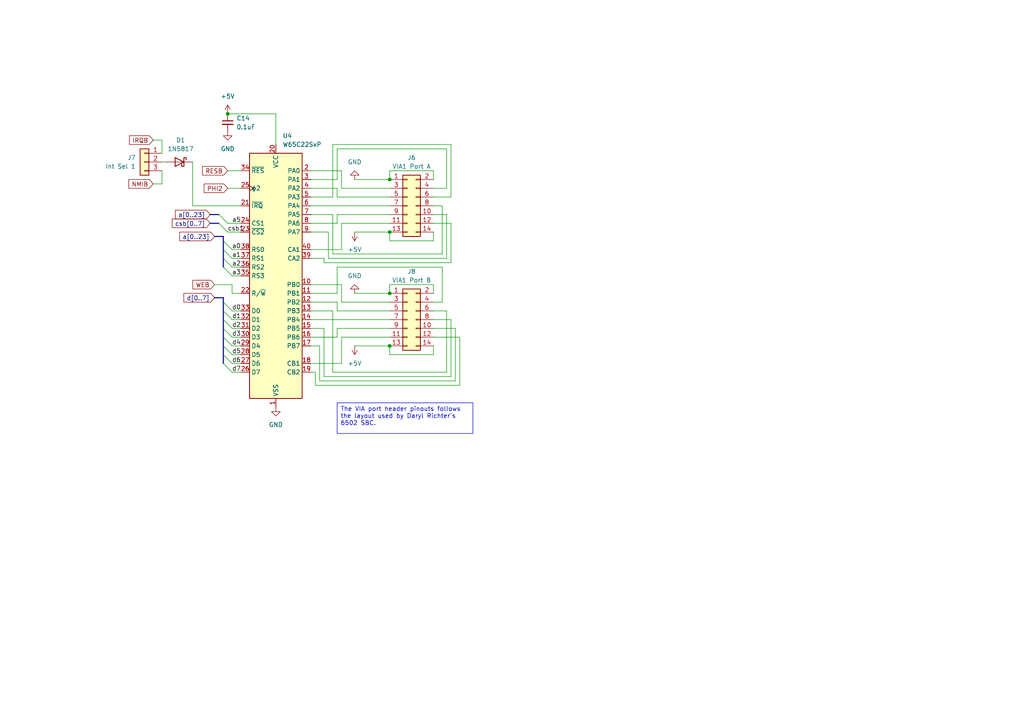
<source format=kicad_sch>
(kicad_sch (version 20250114) (generator "eeschema") (generator_version "9.0")
  (paper "A4")
  (lib_symbols
    (symbol "Connector_Generic:Conn_01x03" (pin_names (offset 1.016) (hide yes))
      (property "Reference" "J" (at 0 5.08 0))
      (property "Value" "Conn_01x03" (at 0 -5.08 0))
      (symbol "Conn_01x03_1_1"
        (rectangle (start -1.27 3.81) (end 1.27 -3.81) (stroke (width 0.254)) (fill (type background)))
        (rectangle (start -1.27 2.667) (end 0 2.413) (stroke (width 0.1524)))
        (rectangle (start -1.27 0.127) (end 0 -0.127) (stroke (width 0.1524)))
        (rectangle (start -1.27 -2.413) (end 0 -2.667) (stroke (width 0.1524)))
        (pin passive line (at -5.08 2.54 0) (length 3.81) (name "Pin_1") (number "1"))
        (pin passive line (at -5.08 0 0) (length 3.81) (name "Pin_2") (number "2"))
        (pin passive line (at -5.08 -2.54 0) (length 3.81) (name "Pin_3") (number "3"))
      )
    )
    (symbol "Connector_Generic:Conn_02x07_Odd_Even" (pin_names (offset 1.016) (hide yes))
      (property "Reference" "J" (at 1.27 10.16 0))
      (property "Value" "Conn_02x07_Odd_Even" (at 1.27 -10.16 0))
      (symbol "Conn_02x07_Odd_Even_1_1"
        (rectangle (start -1.27 8.89) (end 3.81 -8.89) (stroke (width 0.254)) (fill (type background)))
        (rectangle (start -1.27 7.747) (end 0 7.493) (stroke (width 0.1524)))
        (rectangle (start -1.27 5.207) (end 0 4.953) (stroke (width 0.1524)))
        (rectangle (start -1.27 2.667) (end 0 2.413) (stroke (width 0.1524)))
        (rectangle (start -1.27 0.127) (end 0 -0.127) (stroke (width 0.1524)))
        (rectangle (start -1.27 -2.413) (end 0 -2.667) (stroke (width 0.1524)))
        (rectangle (start -1.27 -4.953) (end 0 -5.207) (stroke (width 0.1524)))
        (rectangle (start -1.27 -7.493) (end 0 -7.747) (stroke (width 0.1524)))
        (rectangle (start 3.81 7.747) (end 2.54 7.493) (stroke (width 0.1524)))
        (rectangle (start 3.81 5.207) (end 2.54 4.953) (stroke (width 0.1524)))
        (rectangle (start 3.81 2.667) (end 2.54 2.413) (stroke (width 0.1524)))
        (rectangle (start 3.81 0.127) (end 2.54 -0.127) (stroke (width 0.1524)))
        (rectangle (start 3.81 -2.413) (end 2.54 -2.667) (stroke (width 0.1524)))
        (rectangle (start 3.81 -4.953) (end 2.54 -5.207) (stroke (width 0.1524)))
        (rectangle (start 3.81 -7.493) (end 2.54 -7.747) (stroke (width 0.1524)))
        (pin passive line (at -5.08 7.62 0) (length 3.81) (name "Pin_1") (number "1"))
        (pin passive line (at -5.08 5.08 0) (length 3.81) (name "Pin_3") (number "3"))
        (pin passive line (at -5.08 2.54 0) (length 3.81) (name "Pin_5") (number "5"))
        (pin passive line (at -5.08 0 0) (length 3.81) (name "Pin_7") (number "7"))
        (pin passive line (at -5.08 -2.54 0) (length 3.81) (name "Pin_9") (number "9"))
        (pin passive line (at -5.08 -5.08 0) (length 3.81) (name "Pin_11") (number "11"))
        (pin passive line (at -5.08 -7.62 0) (length 3.81) (name "Pin_13") (number "13"))
        (pin passive line (at 7.62 7.62 180) (length 3.81) (name "Pin_2") (number "2"))
        (pin passive line (at 7.62 5.08 180) (length 3.81) (name "Pin_4") (number "4"))
        (pin passive line (at 7.62 2.54 180) (length 3.81) (name "Pin_6") (number "6"))
        (pin passive line (at 7.62 0 180) (length 3.81) (name "Pin_8") (number "8"))
        (pin passive line (at 7.62 -2.54 180) (length 3.81) (name "Pin_10") (number "10"))
        (pin passive line (at 7.62 -5.08 180) (length 3.81) (name "Pin_12") (number "12"))
        (pin passive line (at 7.62 -7.62 180) (length 3.81) (name "Pin_14") (number "14"))
      )
    )
    (symbol "Device:C_Small" (pin_numbers (hide yes)) (pin_names (offset 0.254) (hide yes))
      (property "Reference" "C" (at 0.254 1.778 0))
      (property "Value" "C_Small" (at 0.254 -2.032 0))
      (symbol "C_Small_0_1"
        (polyline (pts (xy -1.524 0.508) (xy 1.524 0.508)) (stroke (width 0.3048)))
        (polyline (pts (xy -1.524 -0.508) (xy 1.524 -0.508)) (stroke (width 0.3302)))
      )
      (symbol "C_Small_1_1"
        (pin passive line (at 0 2.54 270) (length 2.032) (name "~") (number "1"))
        (pin passive line (at 0 -2.54 90) (length 2.032) (name "~") (number "2"))
      )
    )
    (symbol "Diode:1N5817" (pin_numbers (hide yes)) (pin_names (offset 1.016) (hide yes))
      (property "Reference" "D" (at 0 2.54 0))
      (property "Value" "1N5817" (at 0 -2.54 0))
      (symbol "1N5817_0_1"
        (polyline (pts (xy -1.905 0.635) (xy -1.905 1.27) (xy -1.27 1.27) (xy -1.27 -1.27) (xy -0.635 -1.27) (xy -0.635 -0.635)) (stroke (width 0.254)))
        (polyline (pts (xy 1.27 1.27) (xy 1.27 -1.27) (xy -1.27 0) (xy 1.27 1.27)) (stroke (width 0.254)))
        (polyline (pts (xy 1.27 0) (xy -1.27 0)))
      )
      (symbol "1N5817_1_1"
        (pin passive line (at -3.81 0 0) (length 2.54) (name "K") (number "1"))
        (pin passive line (at 3.81 0 180) (length 2.54) (name "A") (number "2"))
      )
    )
    (symbol "PCM_65xx-library:W65C22SxP"
      (property "Reference" "U" (at 2.54 40.64 0))
      (property "Value" "W65C22SxP" (at 2.54 38.1 0))
      (symbol "W65C22SxP_0_1"
        (rectangle (start -7.62 35.56) (end 7.62 -35.56) (stroke (width 0.254)) (fill (type background)))
      )
      (symbol "W65C22SxP_1_1"
        (pin input line (at -10.16 30.48 0) (length 2.54) (name "~{RES}") (number "34"))
        (pin input clock (at -10.16 25.4 0) (length 2.54) (name "ϕ2") (number "25"))
        (pin output line (at -10.16 20.32 0) (length 2.54) (name "~{IRQ}") (number "21"))
        (pin input line (at -10.16 15.24 0) (length 2.54) (name "CS1") (number "24"))
        (pin input line (at -10.16 12.7 0) (length 2.54) (name "~{CS2}") (number "23"))
        (pin input line (at -10.16 7.62 0) (length 2.54) (name "RS0") (number "38"))
        (pin input line (at -10.16 5.08 0) (length 2.54) (name "RS1") (number "37"))
        (pin input line (at -10.16 2.54 0) (length 2.54) (name "RS2") (number "36"))
        (pin input line (at -10.16 0 0) (length 2.54) (name "RS3") (number "35"))
        (pin input line (at -10.16 -5.08 0) (length 2.54) (name "R/~{W}") (number "22"))
        (pin bidirectional line (at -10.16 -10.16 0) (length 2.54) (name "D0") (number "33"))
        (pin bidirectional line (at -10.16 -12.7 0) (length 2.54) (name "D1") (number "32"))
        (pin bidirectional line (at -10.16 -15.24 0) (length 2.54) (name "D2") (number "31"))
        (pin bidirectional line (at -10.16 -17.78 0) (length 2.54) (name "D3") (number "30"))
        (pin bidirectional line (at -10.16 -20.32 0) (length 2.54) (name "D4") (number "29"))
        (pin bidirectional line (at -10.16 -22.86 0) (length 2.54) (name "D5") (number "28"))
        (pin bidirectional line (at -10.16 -25.4 0) (length 2.54) (name "D6") (number "27"))
        (pin bidirectional line (at -10.16 -27.94 0) (length 2.54) (name "D7") (number "26"))
        (pin power_in line (at 0 38.1 270) (length 2.54) (name "VCC") (number "20"))
        (pin power_in line (at 0 -38.1 90) (length 2.54) (name "VSS") (number "1"))
        (pin bidirectional line (at 10.16 30.48 180) (length 2.54) (name "PA0") (number "2"))
        (pin bidirectional line (at 10.16 27.94 180) (length 2.54) (name "PA1") (number "3"))
        (pin bidirectional line (at 10.16 25.4 180) (length 2.54) (name "PA2") (number "4"))
        (pin bidirectional line (at 10.16 22.86 180) (length 2.54) (name "PA3") (number "5"))
        (pin bidirectional line (at 10.16 20.32 180) (length 2.54) (name "PA4") (number "6"))
        (pin bidirectional line (at 10.16 17.78 180) (length 2.54) (name "PA5") (number "7"))
        (pin bidirectional line (at 10.16 15.24 180) (length 2.54) (name "PA6") (number "8"))
        (pin bidirectional line (at 10.16 12.7 180) (length 2.54) (name "PA7") (number "9"))
        (pin input line (at 10.16 7.62 180) (length 2.54) (name "CA1") (number "40"))
        (pin bidirectional line (at 10.16 5.08 180) (length 2.54) (name "CA2") (number "39"))
        (pin bidirectional line (at 10.16 -2.54 180) (length 2.54) (name "PB0") (number "10"))
        (pin bidirectional line (at 10.16 -5.08 180) (length 2.54) (name "PB1") (number "11"))
        (pin bidirectional line (at 10.16 -7.62 180) (length 2.54) (name "PB2") (number "12"))
        (pin bidirectional line (at 10.16 -10.16 180) (length 2.54) (name "PB3") (number "13"))
        (pin bidirectional line (at 10.16 -12.7 180) (length 2.54) (name "PB4") (number "14"))
        (pin bidirectional line (at 10.16 -15.24 180) (length 2.54) (name "PB5") (number "15"))
        (pin bidirectional line (at 10.16 -17.78 180) (length 2.54) (name "PB6") (number "16"))
        (pin bidirectional line (at 10.16 -20.32 180) (length 2.54) (name "PB7") (number "17"))
        (pin input line (at 10.16 -25.4 180) (length 2.54) (name "CB1") (number "18"))
        (pin bidirectional line (at 10.16 -27.94 180) (length 2.54) (name "CB2") (number "19"))
      )
    )
    (symbol "power:+5V" (power) (pin_names (offset 0))
      (property "Value" "+5V" (at 0 3.556 0))
      (symbol "+5V_0_1"
        (polyline (pts (xy -0.762 1.27) (xy 0 2.54)))
        (polyline (pts (xy 0 2.54) (xy 0.762 1.27)))
        (polyline (pts (xy 0 0) (xy 0 2.54)))
      )
      (symbol "+5V_1_1"
        (pin power_in line (at 0 0 90) (length 0) (hide yes) (name "+5V") (number "1"))
      )
    )
    (symbol "power:GND" (power) (pin_names (offset 0))
      (property "Value" "GND" (at 0 -3.81 0))
      (symbol "GND_0_1"
        (polyline (pts (xy 0 0) (xy 0 -1.27) (xy 1.27 -1.27) (xy 0 -2.54) (xy -1.27 -1.27) (xy 0 -1.27)))
      )
      (symbol "GND_1_1"
        (pin power_in line (at 0 0 270) (length 0) (hide yes) (name "GND") (number "1"))
      )
    )
  )
  (text_box "The VIA port header pinouts follows the layout used by Daryl Richter's 6502 SBC." (at 97.79 116.84 0) (size 39.37 8.89) (margins 0.9525 0.9525 0.9525 0.9525) (effects (font (size 1.27 1.27)) (justify left top)))
  (junction (at 113.03 67.31))
  (junction (at 113.03 52.07))
  (junction (at 66.04 33.02))
  (junction (at 113.03 100.33))
  (junction (at 113.03 85.09))
  (bus_entry (at 64.77 92.71) (size 2.54 2.54))
  (bus_entry (at 64.77 90.17) (size 2.54 2.54))
  (bus_entry (at 64.77 95.25) (size 2.54 2.54))
  (bus_entry (at 63.5 62.23) (size 2.54 2.54))
  (bus_entry (at 64.77 100.33) (size 2.54 2.54))
  (bus_entry (at 64.77 69.85) (size 2.54 2.54))
  (bus_entry (at 64.77 77.47) (size 2.54 2.54))
  (bus_entry (at 64.77 102.87) (size 2.54 2.54))
  (bus_entry (at 64.77 105.41) (size 2.54 2.54))
  (bus_entry (at 64.77 87.63) (size 2.54 2.54))
  (bus_entry (at 64.77 72.39) (size 2.54 2.54))
  (bus_entry (at 64.77 74.93) (size 2.54 2.54))
  (bus_entry (at 63.5 64.77) (size 2.54 2.54))
  (bus_entry (at 64.77 97.79) (size 2.54 2.54))
  (wire (pts (xy 90.17 100.33) (xy 92.71 100.33)))
  (bus (pts (xy 64.77 74.93) (xy 64.77 77.47)))
  (wire (pts (xy 129.54 43.18) (xy 129.54 54.61)))
  (bus (pts (xy 62.23 86.36) (xy 64.77 86.36)))
  (wire (pts (xy 90.17 57.15) (xy 96.52 57.15)))
  (wire (pts (xy 90.17 62.23) (xy 96.52 62.23)))
  (wire (pts (xy 90.17 52.07) (xy 97.79 52.07)))
  (wire (pts (xy 96.52 73.66) (xy 128.27 73.66)))
  (wire (pts (xy 67.31 95.25) (xy 69.85 95.25)))
  (wire (pts (xy 90.17 49.53) (xy 99.06 49.53)))
  (wire (pts (xy 67.31 72.39) (xy 69.85 72.39)))
  (wire (pts (xy 93.98 95.25) (xy 93.98 109.22)))
  (wire (pts (xy 97.79 87.63) (xy 97.79 90.17)))
  (wire (pts (xy 90.17 82.55) (xy 99.06 82.55)))
  (wire (pts (xy 96.52 107.95) (xy 129.54 107.95)))
  (wire (pts (xy 128.27 77.47) (xy 128.27 87.63)))
  (wire (pts (xy 97.79 54.61) (xy 97.79 57.15)))
  (wire (pts (xy 113.03 100.33) (xy 113.03 102.87)))
  (wire (pts (xy 67.31 90.17) (xy 69.85 90.17)))
  (bus (pts (xy 64.77 100.33) (xy 64.77 102.87)))
  (wire (pts (xy 129.54 54.61) (xy 125.73 54.61)))
  (wire (pts (xy 46.99 40.64) (xy 44.45 40.64)))
  (wire (pts (xy 113.03 49.53) (xy 113.03 52.07)))
  (wire (pts (xy 125.73 52.07) (xy 125.73 49.53)))
  (bus (pts (xy 64.77 95.25) (xy 64.77 97.79)))
  (wire (pts (xy 97.79 95.25) (xy 113.03 95.25)))
  (wire (pts (xy 125.73 69.85) (xy 113.03 69.85)))
  (wire (pts (xy 125.73 67.31) (xy 125.73 69.85)))
  (wire (pts (xy 125.73 90.17) (xy 129.54 90.17)))
  (bus (pts (xy 64.77 92.71) (xy 64.77 95.25)))
  (wire (pts (xy 99.06 87.63) (xy 113.03 87.63)))
  (wire (pts (xy 90.17 92.71) (xy 113.03 92.71)))
  (bus (pts (xy 60.96 64.77) (xy 63.5 64.77)))
  (wire (pts (xy 97.79 64.77) (xy 97.79 62.23)))
  (bus (pts (xy 64.77 87.63) (xy 64.77 90.17)))
  (wire (pts (xy 113.03 102.87) (xy 125.73 102.87)))
  (wire (pts (xy 102.87 52.07) (xy 113.03 52.07)))
  (wire (pts (xy 130.81 64.77) (xy 130.81 76.2)))
  (wire (pts (xy 130.81 92.71) (xy 125.73 92.71)))
  (bus (pts (xy 64.77 69.85) (xy 64.77 72.39)))
  (wire (pts (xy 55.88 59.69) (xy 69.85 59.69)))
  (wire (pts (xy 67.31 85.09) (xy 69.85 85.09)))
  (wire (pts (xy 99.06 105.41) (xy 90.17 105.41)))
  (wire (pts (xy 67.31 102.87) (xy 69.85 102.87)))
  (wire (pts (xy 91.44 107.95) (xy 91.44 111.76)))
  (wire (pts (xy 99.06 72.39) (xy 99.06 64.77)))
  (wire (pts (xy 92.71 100.33) (xy 92.71 110.49)))
  (wire (pts (xy 125.73 62.23) (xy 129.54 62.23)))
  (wire (pts (xy 97.79 97.79) (xy 97.79 95.25)))
  (bus (pts (xy 64.77 97.79) (xy 64.77 100.33)))
  (wire (pts (xy 96.52 90.17) (xy 96.52 107.95)))
  (wire (pts (xy 66.04 54.61) (xy 69.85 54.61)))
  (wire (pts (xy 93.98 76.2) (xy 93.98 74.93)))
  (wire (pts (xy 125.73 102.87) (xy 125.73 100.33)))
  (bus (pts (xy 64.77 72.39) (xy 64.77 74.93)))
  (wire (pts (xy 128.27 59.69) (xy 125.73 59.69)))
  (wire (pts (xy 102.87 67.31) (xy 113.03 67.31)))
  (wire (pts (xy 90.17 54.61) (xy 97.79 54.61)))
  (wire (pts (xy 132.08 95.25) (xy 125.73 95.25)))
  (wire (pts (xy 66.04 67.31) (xy 69.85 67.31)))
  (wire (pts (xy 90.17 107.95) (xy 91.44 107.95)))
  (wire (pts (xy 129.54 107.95) (xy 129.54 90.17)))
  (wire (pts (xy 46.99 49.53) (xy 46.99 53.34)))
  (wire (pts (xy 102.87 100.33) (xy 113.03 100.33)))
  (wire (pts (xy 46.99 53.34) (xy 44.45 53.34)))
  (wire (pts (xy 66.04 33.02) (xy 80.01 33.02)))
  (wire (pts (xy 90.17 95.25) (xy 93.98 95.25)))
  (wire (pts (xy 67.31 82.55) (xy 67.31 85.09)))
  (bus (pts (xy 60.96 62.23) (xy 63.5 62.23)))
  (wire (pts (xy 93.98 74.93) (xy 90.17 74.93)))
  (wire (pts (xy 90.17 87.63) (xy 97.79 87.63)))
  (wire (pts (xy 125.73 49.53) (xy 113.03 49.53)))
  (wire (pts (xy 125.73 87.63) (xy 128.27 87.63)))
  (wire (pts (xy 90.17 97.79) (xy 97.79 97.79)))
  (wire (pts (xy 90.17 90.17) (xy 96.52 90.17)))
  (wire (pts (xy 97.79 52.07) (xy 97.79 43.18)))
  (wire (pts (xy 91.44 111.76) (xy 133.35 111.76)))
  (wire (pts (xy 99.06 54.61) (xy 113.03 54.61)))
  (wire (pts (xy 130.81 41.91) (xy 130.81 57.15)))
  (wire (pts (xy 99.06 64.77) (xy 113.03 64.77)))
  (wire (pts (xy 95.25 67.31) (xy 95.25 74.93)))
  (wire (pts (xy 67.31 100.33) (xy 69.85 100.33)))
  (wire (pts (xy 97.79 43.18) (xy 129.54 43.18)))
  (wire (pts (xy 99.06 97.79) (xy 99.06 105.41)))
  (wire (pts (xy 46.99 44.45) (xy 46.99 40.64)))
  (wire (pts (xy 66.04 64.77) (xy 69.85 64.77)))
  (wire (pts (xy 93.98 109.22) (xy 130.81 109.22)))
  (wire (pts (xy 96.52 57.15) (xy 96.52 41.91)))
  (wire (pts (xy 67.31 105.41) (xy 69.85 105.41)))
  (wire (pts (xy 133.35 97.79) (xy 125.73 97.79)))
  (wire (pts (xy 99.06 82.55) (xy 99.06 87.63)))
  (wire (pts (xy 125.73 85.09) (xy 125.73 82.55)))
  (bus (pts (xy 64.77 86.36) (xy 64.77 87.63)))
  (wire (pts (xy 46.99 46.99) (xy 48.26 46.99)))
  (wire (pts (xy 90.17 72.39) (xy 99.06 72.39)))
  (wire (pts (xy 97.79 90.17) (xy 113.03 90.17)))
  (wire (pts (xy 130.81 109.22) (xy 130.81 92.71)))
  (wire (pts (xy 67.31 92.71) (xy 69.85 92.71)))
  (wire (pts (xy 125.73 82.55) (xy 113.03 82.55)))
  (wire (pts (xy 97.79 85.09) (xy 97.79 77.47)))
  (wire (pts (xy 130.81 76.2) (xy 93.98 76.2)))
  (bus (pts (xy 64.77 102.87) (xy 64.77 105.41)))
  (wire (pts (xy 67.31 77.47) (xy 69.85 77.47)))
  (wire (pts (xy 90.17 85.09) (xy 97.79 85.09)))
  (wire (pts (xy 97.79 77.47) (xy 128.27 77.47)))
  (wire (pts (xy 113.03 82.55) (xy 113.03 85.09)))
  (bus (pts (xy 62.23 68.58) (xy 64.77 68.58)))
  (wire (pts (xy 129.54 74.93) (xy 129.54 62.23)))
  (wire (pts (xy 132.08 110.49) (xy 132.08 95.25)))
  (wire (pts (xy 67.31 97.79) (xy 69.85 97.79)))
  (wire (pts (xy 113.03 97.79) (xy 99.06 97.79)))
  (wire (pts (xy 125.73 64.77) (xy 130.81 64.77)))
  (bus (pts (xy 64.77 90.17) (xy 64.77 92.71)))
  (wire (pts (xy 96.52 41.91) (xy 130.81 41.91)))
  (wire (pts (xy 67.31 74.93) (xy 69.85 74.93)))
  (wire (pts (xy 102.87 85.09) (xy 113.03 85.09)))
  (wire (pts (xy 113.03 67.31) (xy 113.03 69.85)))
  (wire (pts (xy 92.71 110.49) (xy 132.08 110.49)))
  (wire (pts (xy 80.01 33.02) (xy 80.01 41.91)))
  (wire (pts (xy 133.35 111.76) (xy 133.35 97.79)))
  (wire (pts (xy 90.17 67.31) (xy 95.25 67.31)))
  (wire (pts (xy 55.88 46.99) (xy 55.88 59.69)))
  (wire (pts (xy 90.17 59.69) (xy 113.03 59.69)))
  (wire (pts (xy 62.23 82.55) (xy 67.31 82.55)))
  (wire (pts (xy 128.27 73.66) (xy 128.27 59.69)))
  (wire (pts (xy 99.06 49.53) (xy 99.06 54.61)))
  (wire (pts (xy 67.31 80.01) (xy 69.85 80.01)))
  (wire (pts (xy 97.79 62.23) (xy 113.03 62.23)))
  (wire (pts (xy 90.17 64.77) (xy 97.79 64.77)))
  (wire (pts (xy 97.79 57.15) (xy 113.03 57.15)))
  (wire (pts (xy 96.52 62.23) (xy 96.52 73.66)))
  (bus (pts (xy 64.77 68.58) (xy 64.77 69.85)))
  (wire (pts (xy 95.25 74.93) (xy 129.54 74.93)))
  (wire (pts (xy 66.04 49.53) (xy 69.85 49.53)))
  (wire (pts (xy 130.81 57.15) (xy 125.73 57.15)))
  (wire (pts (xy 67.31 107.95) (xy 69.85 107.95)))
  (label "d7" (at 67.31 107.95 0))
  (label "a3" (at 67.31 80.01 0))
  (label "d5" (at 67.31 102.87 0))
  (label "d4" (at 67.31 100.33 0))
  (label "d3" (at 67.31 97.79 0))
  (label "a1" (at 67.31 74.93 0))
  (label "a2" (at 67.31 77.47 0))
  (label "d0" (at 67.31 90.17 0))
  (label "d1" (at 67.31 92.71 0))
  (label "d2" (at 67.31 95.25 0))
  (label "csb1" (at 66.04 67.31 0))
  (label "a5" (at 67.31 64.77 0))
  (label "d6" (at 67.31 105.41 0))
  (label "a0" (at 67.31 72.39 0))
  (global_label "IRQB" (shape input) (at 44.45 40.64 180) (property "Intersheetrefs" "${INTERSHEET_REFS}" (effects (hide yes))))
  (global_label "PHI2" (shape input) (at 66.04 54.61 180) (property "Intersheetrefs" "${INTERSHEET_REFS}" (effects (hide yes))))
  (global_label "NMIB" (shape input) (at 44.45 53.34 180) (property "Intersheetrefs" "${INTERSHEET_REFS}" (effects (hide yes))))
  (global_label "WEB" (shape input) (at 62.23 82.55 180) (property "Intersheetrefs" "${INTERSHEET_REFS}" (effects (hide yes))))
  (global_label "a[0..23]" (shape input) (at 62.23 68.58 180) (property "Intersheetrefs" "${INTERSHEET_REFS}" (effects (hide yes))))
  (global_label "d[0..7]" (shape input) (at 62.23 86.36 180) (property "Intersheetrefs" "${INTERSHEET_REFS}" (effects (hide yes))))
  (global_label "csb[0..7]" (shape input) (at 60.96 64.77 180) (property "Intersheetrefs" "${INTERSHEET_REFS}" (effects (hide yes))))
  (global_label "RESB" (shape input) (at 66.04 49.53 180) (property "Intersheetrefs" "${INTERSHEET_REFS}" (effects (hide yes))))
  (global_label "a[0..23]" (shape input) (at 60.96 62.23 180) (property "Intersheetrefs" "${INTERSHEET_REFS}" (effects (hide yes))))
  (symbol (lib_id "Connector_Generic:Conn_02x07_Odd_Even") (at 118.11 59.69 0) (unit 1)
    (property "Reference" "J11" (at 119.38 45.72 0))
    (property "Value" "VIA1 Port A" (at 119.38 48.26 0))
    (property "Footprint" "Connector_PinHeader_2.54mm:PinHeader_2x07_P2.54mm_Vertical" (effects (hide yes)))
    (instances (project "serial_and_io_sch" (path "" (reference "J6") (unit 1))) (project "Mench Reloaded" (path "" (reference "J11") (unit 1))))
  )
  (symbol (lib_id "Diode:1N5817") (at 52.07 46.99 0) (mirror y) (unit 1)
    (property "Reference" "D5" (at 52.3875 40.64 0))
    (property "Value" "1N5817" (at 52.3875 43.18 0))
    (property "Footprint" "Diode_THT:D_DO-41_SOD81_P10.16mm_Horizontal" (effects (hide yes)))
    (property "Datasheet" "http://www.vishay.com/docs/88525/1n5817.pdf" (effects (hide yes)))
    (instances (project "serial_and_io_sch" (path "" (reference "D1") (unit 1))) (project "Mench Reloaded" (path "" (reference "D5") (unit 1))))
  )
  (symbol (lib_id "power:+5V") (at 102.87 67.31 0) (mirror x) (unit 1)
    (property "Reference" "#PWR041" (effects (hide yes)))
    (property "Value" "+5V" (at 102.87 72.39 0))
    (instances (project "serial_and_io_sch" (path "" (reference "#PWR028") (unit 1))) (project "Mench Reloaded" (path "" (reference "#PWR041") (unit 1))))
  )
  (symbol (lib_id "power:GND") (at 80.01 118.11 0) (unit 1)
    (property "Reference" "#PWR039" (effects (hide yes)))
    (property "Value" "GND" (at 80.01 123.19 0))
    (instances (project "serial_and_io_sch" (path "" (reference "#PWR036") (unit 1))) (project "Mench Reloaded" (path "" (reference "#PWR039") (unit 1))))
  )
  (symbol (lib_id "Device:C_Small") (at 66.04 35.56 0) (unit 1)
    (property "Reference" "C14" (at 68.58 34.2963 0) (effects (justify left)))
    (property "Value" "0.1uF" (at 68.58 36.8363 0) (effects (justify left)))
    (property "Footprint" "Capacitor_SMD:C_0805_2012Metric_Pad1.18x1.45mm_HandSolder" (effects (hide yes)))
  )
  (symbol (lib_id "power:GND") (at 102.87 52.07 0) (mirror x) (unit 1)
    (property "Reference" "#PWR040" (effects (hide yes)))
    (property "Value" "GND" (at 102.87 46.99 0))
    (instances (project "serial_and_io_sch" (path "" (reference "#PWR027") (unit 1))) (project "Mench Reloaded" (path "" (reference "#PWR040") (unit 1))))
  )
  (symbol (lib_id "Connector_Generic:Conn_02x07_Odd_Even") (at 118.11 92.71 0) (unit 1)
    (property "Reference" "J12" (at 119.38 78.74 0))
    (property "Value" "VIA1 Port B" (at 119.38 81.28 0))
    (property "Footprint" "Connector_PinHeader_2.54mm:PinHeader_2x07_P2.54mm_Vertical" (effects (hide yes)))
    (instances (project "serial_and_io_sch" (path "" (reference "J8") (unit 1))) (project "Mench Reloaded" (path "" (reference "J12") (unit 1))))
  )
  (symbol (lib_id "power:GND") (at 66.04 38.1 0) (unit 1)
    (property "Reference" "#PWR038" (effects (hide yes)))
    (property "Value" "GND" (at 66.04 43.18 0))
  )
  (symbol (lib_id "power:+5V") (at 102.87 100.33 0) (mirror x) (unit 1)
    (property "Reference" "#PWR043" (effects (hide yes)))
    (property "Value" "+5V" (at 102.87 105.41 0))
    (instances (project "serial_and_io_sch" (path "" (reference "#PWR030") (unit 1))) (project "Mench Reloaded" (path "" (reference "#PWR043") (unit 1))))
  )
  (symbol (lib_id "PCM_65xx-library:W65C22SxP") (at 80.01 80.01 0) (unit 1)
    (property "Reference" "U6" (at 81.9659 39.37 0) (effects (justify left)))
    (property "Value" "W65C22SxP" (at 81.9659 41.91 0) (effects (justify left)))
    (property "Footprint" "Package_DIP:DIP-40_W15.24mm" (effects (hide yes)))
    (property "Datasheet" "http://www.westerndesigncenter.com/wdc/documentation/w65c22.pdf" (effects (hide yes)))
    (instances (project "serial_and_io_sch" (path "" (reference "U4") (unit 1))) (project "Mench Reloaded" (path "" (reference "U6") (unit 1))))
  )
  (symbol (lib_id "Connector_Generic:Conn_01x03") (at 41.91 46.99 0) (mirror y) (unit 1)
    (property "Reference" "J10" (at 39.37 45.72 0) (effects (justify left)))
    (property "Value" "Int Sel 1" (at 39.37 48.26 0) (effects (justify left)))
    (property "Footprint" "Connector_PinHeader_2.54mm:PinHeader_1x03_P2.54mm_Vertical" (effects (hide yes)))
    (instances (project "serial_and_io_sch" (path "" (reference "J7") (unit 1))) (project "Mench Reloaded" (path "" (reference "J10") (unit 1))))
  )
  (symbol (lib_id "power:GND") (at 102.87 85.09 0) (mirror x) (unit 1)
    (property "Reference" "#PWR042" (effects (hide yes)))
    (property "Value" "GND" (at 102.87 80.01 0))
    (instances (project "serial_and_io_sch" (path "" (reference "#PWR029") (unit 1))) (project "Mench Reloaded" (path "" (reference "#PWR042") (unit 1))))
  )
  (symbol (lib_id "power:+5V") (at 66.04 33.02 0) (unit 1)
    (property "Reference" "#PWR037" (effects (hide yes)))
    (property "Value" "+5V" (at 66.04 27.94 0))
  )
)
</source>
